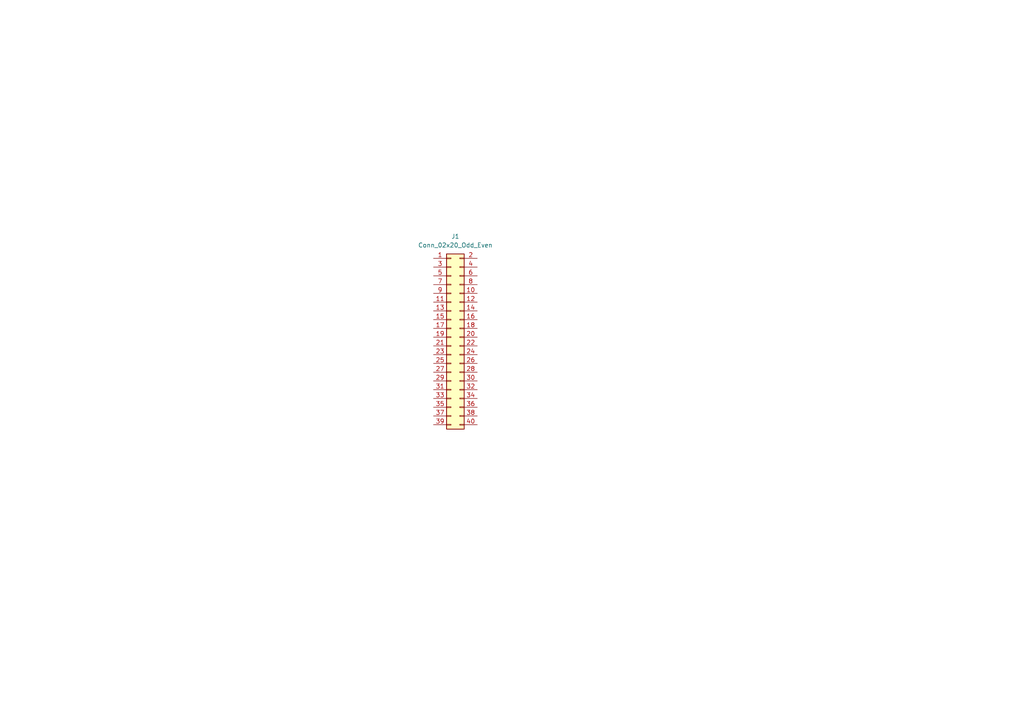
<source format=kicad_sch>
(kicad_sch (version 20250114) (generator "eeschema") (generator_version "9.0")
  (paper "A4")
  (title_block (date "2025-02-20") (rev "V0.1") (company "Matthew Spotten"))
  (lib_symbols
    (symbol "Connector_Generic:Conn_02x20_Odd_Even" (pin_names (offset 1.016) (hide yes))
      (property "Reference" "J" (at 1.27 25.4 0))
      (property "Value" "Conn_02x20_Odd_Even" (at 1.27 -27.94 0))
      (symbol "Conn_02x20_Odd_Even_1_1"
        (rectangle (start -1.27 24.13) (end 3.81 -26.67) (stroke (width 0.254)) (fill (type background)))
        (rectangle (start -1.27 22.987) (end 0 22.733) (stroke (width 0.1524)))
        (rectangle (start -1.27 20.447) (end 0 20.193) (stroke (width 0.1524)))
        (rectangle (start -1.27 17.907) (end 0 17.653) (stroke (width 0.1524)))
        (rectangle (start -1.27 15.367) (end 0 15.113) (stroke (width 0.1524)))
        (rectangle (start -1.27 12.827) (end 0 12.573) (stroke (width 0.1524)))
        (rectangle (start -1.27 10.287) (end 0 10.033) (stroke (width 0.1524)))
        (rectangle (start -1.27 7.747) (end 0 7.493) (stroke (width 0.1524)))
        (rectangle (start -1.27 5.207) (end 0 4.953) (stroke (width 0.1524)))
        (rectangle (start -1.27 2.667) (end 0 2.413) (stroke (width 0.1524)))
        (rectangle (start -1.27 0.127) (end 0 -0.127) (stroke (width 0.1524)))
        (rectangle (start -1.27 -2.413) (end 0 -2.667) (stroke (width 0.1524)))
        (rectangle (start -1.27 -4.953) (end 0 -5.207) (stroke (width 0.1524)))
        (rectangle (start -1.27 -7.493) (end 0 -7.747) (stroke (width 0.1524)))
        (rectangle (start -1.27 -10.033) (end 0 -10.287) (stroke (width 0.1524)))
        (rectangle (start -1.27 -12.573) (end 0 -12.827) (stroke (width 0.1524)))
        (rectangle (start -1.27 -15.113) (end 0 -15.367) (stroke (width 0.1524)))
        (rectangle (start -1.27 -17.653) (end 0 -17.907) (stroke (width 0.1524)))
        (rectangle (start -1.27 -20.193) (end 0 -20.447) (stroke (width 0.1524)))
        (rectangle (start -1.27 -22.733) (end 0 -22.987) (stroke (width 0.1524)))
        (rectangle (start -1.27 -25.273) (end 0 -25.527) (stroke (width 0.1524)))
        (rectangle (start 3.81 22.987) (end 2.54 22.733) (stroke (width 0.1524)))
        (rectangle (start 3.81 20.447) (end 2.54 20.193) (stroke (width 0.1524)))
        (rectangle (start 3.81 17.907) (end 2.54 17.653) (stroke (width 0.1524)))
        (rectangle (start 3.81 15.367) (end 2.54 15.113) (stroke (width 0.1524)))
        (rectangle (start 3.81 12.827) (end 2.54 12.573) (stroke (width 0.1524)))
        (rectangle (start 3.81 10.287) (end 2.54 10.033) (stroke (width 0.1524)))
        (rectangle (start 3.81 7.747) (end 2.54 7.493) (stroke (width 0.1524)))
        (rectangle (start 3.81 5.207) (end 2.54 4.953) (stroke (width 0.1524)))
        (rectangle (start 3.81 2.667) (end 2.54 2.413) (stroke (width 0.1524)))
        (rectangle (start 3.81 0.127) (end 2.54 -0.127) (stroke (width 0.1524)))
        (rectangle (start 3.81 -2.413) (end 2.54 -2.667) (stroke (width 0.1524)))
        (rectangle (start 3.81 -4.953) (end 2.54 -5.207) (stroke (width 0.1524)))
        (rectangle (start 3.81 -7.493) (end 2.54 -7.747) (stroke (width 0.1524)))
        (rectangle (start 3.81 -10.033) (end 2.54 -10.287) (stroke (width 0.1524)))
        (rectangle (start 3.81 -12.573) (end 2.54 -12.827) (stroke (width 0.1524)))
        (rectangle (start 3.81 -15.113) (end 2.54 -15.367) (stroke (width 0.1524)))
        (rectangle (start 3.81 -17.653) (end 2.54 -17.907) (stroke (width 0.1524)))
        (rectangle (start 3.81 -20.193) (end 2.54 -20.447) (stroke (width 0.1524)))
        (rectangle (start 3.81 -22.733) (end 2.54 -22.987) (stroke (width 0.1524)))
        (rectangle (start 3.81 -25.273) (end 2.54 -25.527) (stroke (width 0.1524)))
        (pin passive line (at -5.08 22.86 0) (length 3.81) (name "Pin_1") (number "1"))
        (pin passive line (at -5.08 20.32 0) (length 3.81) (name "Pin_3") (number "3"))
        (pin passive line (at -5.08 17.78 0) (length 3.81) (name "Pin_5") (number "5"))
        (pin passive line (at -5.08 15.24 0) (length 3.81) (name "Pin_7") (number "7"))
        (pin passive line (at -5.08 12.7 0) (length 3.81) (name "Pin_9") (number "9"))
        (pin passive line (at -5.08 10.16 0) (length 3.81) (name "Pin_11") (number "11"))
        (pin passive line (at -5.08 7.62 0) (length 3.81) (name "Pin_13") (number "13"))
        (pin passive line (at -5.08 5.08 0) (length 3.81) (name "Pin_15") (number "15"))
        (pin passive line (at -5.08 2.54 0) (length 3.81) (name "Pin_17") (number "17"))
        (pin passive line (at -5.08 0 0) (length 3.81) (name "Pin_19") (number "19"))
        (pin passive line (at -5.08 -2.54 0) (length 3.81) (name "Pin_21") (number "21"))
        (pin passive line (at -5.08 -5.08 0) (length 3.81) (name "Pin_23") (number "23"))
        (pin passive line (at -5.08 -7.62 0) (length 3.81) (name "Pin_25") (number "25"))
        (pin passive line (at -5.08 -10.16 0) (length 3.81) (name "Pin_27") (number "27"))
        (pin passive line (at -5.08 -12.7 0) (length 3.81) (name "Pin_29") (number "29"))
        (pin passive line (at -5.08 -15.24 0) (length 3.81) (name "Pin_31") (number "31"))
        (pin passive line (at -5.08 -17.78 0) (length 3.81) (name "Pin_33") (number "33"))
        (pin passive line (at -5.08 -20.32 0) (length 3.81) (name "Pin_35") (number "35"))
        (pin passive line (at -5.08 -22.86 0) (length 3.81) (name "Pin_37") (number "37"))
        (pin passive line (at -5.08 -25.4 0) (length 3.81) (name "Pin_39") (number "39"))
        (pin passive line (at 7.62 22.86 180) (length 3.81) (name "Pin_2") (number "2"))
        (pin passive line (at 7.62 20.32 180) (length 3.81) (name "Pin_4") (number "4"))
        (pin passive line (at 7.62 17.78 180) (length 3.81) (name "Pin_6") (number "6"))
        (pin passive line (at 7.62 15.24 180) (length 3.81) (name "Pin_8") (number "8"))
        (pin passive line (at 7.62 12.7 180) (length 3.81) (name "Pin_10") (number "10"))
        (pin passive line (at 7.62 10.16 180) (length 3.81) (name "Pin_12") (number "12"))
        (pin passive line (at 7.62 7.62 180) (length 3.81) (name "Pin_14") (number "14"))
        (pin passive line (at 7.62 5.08 180) (length 3.81) (name "Pin_16") (number "16"))
        (pin passive line (at 7.62 2.54 180) (length 3.81) (name "Pin_18") (number "18"))
        (pin passive line (at 7.62 0 180) (length 3.81) (name "Pin_20") (number "20"))
        (pin passive line (at 7.62 -2.54 180) (length 3.81) (name "Pin_22") (number "22"))
        (pin passive line (at 7.62 -5.08 180) (length 3.81) (name "Pin_24") (number "24"))
        (pin passive line (at 7.62 -7.62 180) (length 3.81) (name "Pin_26") (number "26"))
        (pin passive line (at 7.62 -10.16 180) (length 3.81) (name "Pin_28") (number "28"))
        (pin passive line (at 7.62 -12.7 180) (length 3.81) (name "Pin_30") (number "30"))
        (pin passive line (at 7.62 -15.24 180) (length 3.81) (name "Pin_32") (number "32"))
        (pin passive line (at 7.62 -17.78 180) (length 3.81) (name "Pin_34") (number "34"))
        (pin passive line (at 7.62 -20.32 180) (length 3.81) (name "Pin_36") (number "36"))
        (pin passive line (at 7.62 -22.86 180) (length 3.81) (name "Pin_38") (number "38"))
        (pin passive line (at 7.62 -25.4 180) (length 3.81) (name "Pin_40") (number "40"))
      )
    )
  )
  (symbol (lib_id "Connector_Generic:Conn_02x20_Odd_Even") (at 130.81 97.79 0) (unit 1)
    (property "Reference" "J1" (at 132.08 68.58 0))
    (property "Value" "Conn_02x20_Odd_Even" (at 132.08 71.12 0))
    (property "Footprint" "Connector_PinHeader_2.54mm:PinHeader_2x20_P2.54mm_Vertical" (effects (hide yes)))
    (property "Description" "Generic connector, double row, 02x20, odd/even pin numbering scheme (row 1 odd numbers, row 2 even numbers), script generated (kicad-library-utils/schlib/autogen/connector/)" (effects (hide yes)))
  )
)
</source>
